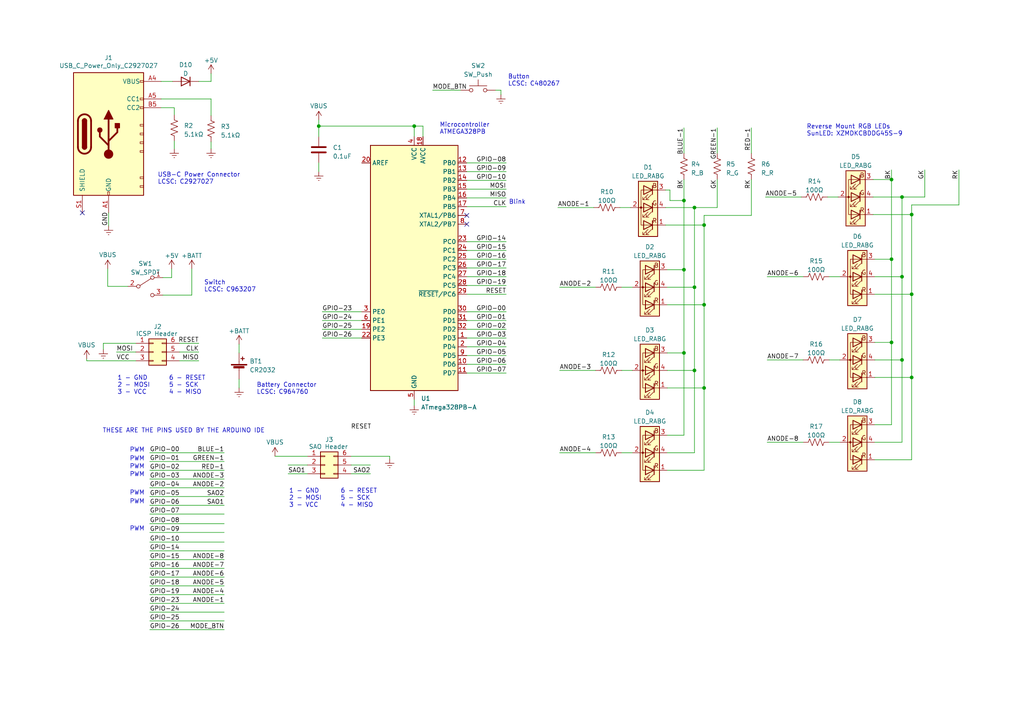
<source format=kicad_sch>
(kicad_sch (version 20230121) (generator eeschema)
  (paper "A4")
  (title_block (title "OPEN HARDWARE SUMMIT BADGE 2024") (date "2024-05-03") (rev "1.0 Release") (company "Open Hardware Association") (comment 1 "David Ray | Cyber City Circuits") (comment 3 "Designed and Manufactured in America by:") (comment 4 "Sponsored and Provided Free of Charge"))
  (lib_symbols
    (symbol "CCC-Parts-Library:USB_C_Power_Only_C2927027" (pin_names (offset 1.016))
      (property "Reference" "J" (at -10.16 19.05 0))
      (property "Value" "USB_C_Power_Only_C2927027" (at 19.05 19.05 0))
      (symbol "USB_C_Power_Only_C2927027_0_0"
        (rectangle (start -0.254 -17.78) (end 0.254 -16.764))
        (rectangle (start 10.16 -14.986) (end 9.144 -15.494))
        (rectangle (start 10.16 -12.446) (end 9.144 -12.954))
        (rectangle (start 10.16 -4.826) (end 9.144 -5.334))
        (rectangle (start 10.16 -2.286) (end 9.144 -2.794))
        (rectangle (start 10.16 0.254) (end 9.144 -0.254))
        (rectangle (start 10.16 2.794) (end 9.144 2.286))
        (rectangle (start 10.16 7.874) (end 9.144 7.366))
        (rectangle (start 10.16 10.414) (end 9.144 9.906))
        (rectangle (start 10.16 15.494) (end 9.144 14.986))
      )
      (symbol "USB_C_Power_Only_C2927027_0_1"
        (rectangle (start -10.16 17.78) (end 10.16 -17.78) (stroke (width 0.254)) (fill (type background)))
        (arc (start -8.89 -3.81) (mid -6.985 -5.7067) (end -5.08 -3.81) (stroke (width 0.508)))
        (arc (start -7.62 -3.81) (mid -6.985 -4.4423) (end -6.35 -3.81) (stroke (width 0.254)))
        (arc (start -7.62 -3.81) (mid -6.985 -4.4423) (end -6.35 -3.81) (stroke (width 0.254)) (fill (type outline)))
        (rectangle (start -7.62 -3.81) (end -6.35 3.81) (stroke (width 0.254)) (fill (type outline)))
        (arc (start -6.35 3.81) (mid -6.985 4.4423) (end -7.62 3.81) (stroke (width 0.254)))
        (arc (start -6.35 3.81) (mid -6.985 4.4423) (end -7.62 3.81) (stroke (width 0.254)) (fill (type outline)))
        (arc (start -5.08 3.81) (mid -6.985 5.7067) (end -8.89 3.81) (stroke (width 0.508)))
        (circle (center -2.54 1.143) (radius 0.635) (stroke (width 0.254)) (fill (type outline)))
        (circle (center 0 -5.842) (radius 1.27) (fill (type outline)))
        (polyline (pts (xy -8.89 -3.81) (xy -8.89 3.81)) (stroke (width 0.508)))
        (polyline (pts (xy -5.08 3.81) (xy -5.08 -3.81)) (stroke (width 0.508)))
        (polyline (pts (xy 0 -5.842) (xy 0 4.318)) (stroke (width 0.508)))
        (polyline (pts (xy 0 -3.302) (xy -2.54 -0.762) (xy -2.54 0.508)) (stroke (width 0.508)))
        (polyline (pts (xy 0 -2.032) (xy 2.54 0.508) (xy 2.54 1.778)) (stroke (width 0.508)))
        (polyline (pts (xy -1.27 4.318) (xy 0 6.858) (xy 1.27 4.318) (xy -1.27 4.318)) (stroke (width 0.254)) (fill (type outline)))
        (rectangle (start 1.905 1.778) (end 3.175 3.048) (stroke (width 0.254)) (fill (type outline)))
      )
      (symbol "USB_C_Power_Only_C2927027_1_1"
        (pin passive line (at 0 -22.86 90) (length 5.08) (name "GND") (number "A1"))
        (pin passive line (at 0 -22.86 90) (length 5.08) hide (name "GND") (number "A12"))
        (pin passive line (at 15.24 15.24 180) (length 5.08) (name "VBUS") (number "A4"))
        (pin bidirectional line (at 15.24 10.16 180) (length 5.08) (name "CC1") (number "A5"))
        (pin passive line (at 15.24 15.24 180) (length 5.08) hide (name "VBUS") (number "A9"))
        (pin passive line (at 0 -22.86 90) (length 5.08) hide (name "GND") (number "B1"))
        (pin passive line (at 0 -22.86 90) (length 5.08) hide (name "GND") (number "B12"))
        (pin passive line (at 15.24 15.24 180) (length 5.08) hide (name "VBUS") (number "B4"))
        (pin bidirectional line (at 15.24 7.62 180) (length 5.08) (name "CC2") (number "B5"))
        (pin passive line (at 15.24 15.24 180) (length 5.08) hide (name "VBUS") (number "B9"))
        (pin passive line (at -7.62 -22.86 90) (length 5.08) (name "SHIELD") (number "S1"))
      )
    )
    (symbol "Connector_Generic:Conn_02x03_Counter_Clockwise" (pin_names (offset 1.016) hide)
      (property "Reference" "J" (at 1.27 5.08 0))
      (property "Value" "Conn_02x03_Counter_Clockwise" (at 1.27 -5.08 0))
      (symbol "Conn_02x03_Counter_Clockwise_1_1"
        (rectangle (start -1.27 -2.413) (end 0 -2.667) (stroke (width 0.1524)))
        (rectangle (start -1.27 0.127) (end 0 -0.127) (stroke (width 0.1524)))
        (rectangle (start -1.27 2.667) (end 0 2.413) (stroke (width 0.1524)))
        (rectangle (start -1.27 3.81) (end 3.81 -3.81) (stroke (width 0.254)) (fill (type background)))
        (rectangle (start 3.81 -2.413) (end 2.54 -2.667) (stroke (width 0.1524)))
        (rectangle (start 3.81 0.127) (end 2.54 -0.127) (stroke (width 0.1524)))
        (rectangle (start 3.81 2.667) (end 2.54 2.413) (stroke (width 0.1524)))
        (pin passive line (at -5.08 2.54 0) (length 3.81) (name "Pin_1") (number "1"))
        (pin passive line (at -5.08 0 0) (length 3.81) (name "Pin_2") (number "2"))
        (pin passive line (at -5.08 -2.54 0) (length 3.81) (name "Pin_3") (number "3"))
        (pin passive line (at 7.62 -2.54 180) (length 3.81) (name "Pin_4") (number "4"))
        (pin passive line (at 7.62 0 180) (length 3.81) (name "Pin_5") (number "5"))
        (pin passive line (at 7.62 2.54 180) (length 3.81) (name "Pin_6") (number "6"))
      )
    )
    (symbol "Device:Battery_Cell" (pin_numbers hide) (pin_names (offset 0) hide)
      (property "Reference" "BT" (at 2.54 2.54 0))
      (property "Value" "Battery_Cell" (at 2.54 0 0))
      (symbol "Battery_Cell_0_1"
        (rectangle (start -2.286 1.778) (end 2.286 1.524) (fill (type outline)))
        (rectangle (start -1.5748 1.1938) (end 1.4732 0.6858) (fill (type outline)))
        (polyline (pts (xy 0 0.762) (xy 0 0)))
        (polyline (pts (xy 0 1.778) (xy 0 2.54)))
        (polyline (pts (xy 0.508 3.429) (xy 1.524 3.429)) (stroke (width 0.254)))
        (polyline (pts (xy 1.016 3.937) (xy 1.016 2.921)) (stroke (width 0.254)))
      )
      (symbol "Battery_Cell_1_1"
        (pin passive line (at 0 5.08 270) (length 2.54) (name "+") (number "1"))
        (pin passive line (at 0 -2.54 90) (length 2.54) (name "-") (number "2"))
      )
    )
    (symbol "Device:C" (pin_numbers hide) (pin_names (offset 0.254))
      (property "Reference" "C" (at 0.635 2.54 0))
      (property "Value" "C" (at 0.635 -2.54 0))
      (symbol "C_0_1"
        (polyline (pts (xy -2.032 -0.762) (xy 2.032 -0.762)) (stroke (width 0.508)))
        (polyline (pts (xy -2.032 0.762) (xy 2.032 0.762)) (stroke (width 0.508)))
      )
      (symbol "C_1_1"
        (pin passive line (at 0 3.81 270) (length 2.794) (name "~") (number "1"))
        (pin passive line (at 0 -3.81 90) (length 2.794) (name "~") (number "2"))
      )
    )
    (symbol "Device:D" (pin_numbers hide) (pin_names (offset 1.016) hide)
      (property "Reference" "D" (at 0 2.54 0))
      (property "Value" "D" (at 0 -2.54 0))
      (symbol "D_0_1"
        (polyline (pts (xy -1.27 1.27) (xy -1.27 -1.27)) (stroke (width 0.254)))
        (polyline (pts (xy 1.27 0) (xy -1.27 0)))
        (polyline (pts (xy 1.27 1.27) (xy 1.27 -1.27) (xy -1.27 0) (xy 1.27 1.27)) (stroke (width 0.254)))
      )
      (symbol "D_1_1"
        (pin passive line (at -3.81 0 0) (length 2.54) (name "K") (number "1"))
        (pin passive line (at 3.81 0 180) (length 2.54) (name "A") (number "2"))
      )
    )
    (symbol "Device:LED_RABG" (pin_names (offset 0) hide)
      (property "Reference" "D" (at 0 9.398 0))
      (property "Value" "LED_RABG" (at 0 -8.89 0))
      (symbol "LED_RABG_0_0"
        (text "B" (at -1.905 -6.35 0) (effects (font (size 1.27 1.27))))
        (text "G" (at -1.905 -1.27 0) (effects (font (size 1.27 1.27))))
        (text "R" (at -1.905 3.81 0) (effects (font (size 1.27 1.27))))
      )
      (symbol "LED_RABG_0_1"
        (polyline (pts (xy -1.27 -5.08) (xy -2.54 -5.08)))
        (polyline (pts (xy -1.27 -5.08) (xy 1.27 -5.08)))
        (polyline (pts (xy -1.27 -3.81) (xy -1.27 -6.35)) (stroke (width 0.254)))
        (polyline (pts (xy -1.27 0) (xy -2.54 0)))
        (polyline (pts (xy -1.27 1.27) (xy -1.27 -1.27)) (stroke (width 0.254)))
        (polyline (pts (xy -1.27 5.08) (xy -2.54 5.08)))
        (polyline (pts (xy -1.27 5.08) (xy 1.27 5.08)))
        (polyline (pts (xy -1.27 6.35) (xy -1.27 3.81)) (stroke (width 0.254)))
        (polyline (pts (xy 1.27 0) (xy -1.27 0)))
        (polyline (pts (xy 1.27 0) (xy 2.54 0)))
        (polyline (pts (xy -1.27 1.27) (xy -1.27 -1.27) (xy -1.27 -1.27)))
        (polyline (pts (xy -1.27 6.35) (xy -1.27 3.81) (xy -1.27 3.81)))
        (polyline (pts (xy 1.27 -5.08) (xy 2.032 -5.08) (xy 2.032 5.08) (xy 1.27 5.08)))
        (polyline (pts (xy 1.27 -3.81) (xy 1.27 -6.35) (xy -1.27 -5.08) (xy 1.27 -3.81)) (stroke (width 0.254)))
        (polyline (pts (xy 1.27 1.27) (xy 1.27 -1.27) (xy -1.27 0) (xy 1.27 1.27)) (stroke (width 0.254)))
        (polyline (pts (xy 1.27 6.35) (xy 1.27 3.81) (xy -1.27 5.08) (xy 1.27 6.35)) (stroke (width 0.254)))
        (polyline (pts (xy -1.016 -3.81) (xy 0.508 -2.286) (xy -0.254 -2.286) (xy 0.508 -2.286) (xy 0.508 -3.048)))
        (polyline (pts (xy -1.016 1.27) (xy 0.508 2.794) (xy -0.254 2.794) (xy 0.508 2.794) (xy 0.508 2.032)))
        (polyline (pts (xy -1.016 6.35) (xy 0.508 7.874) (xy -0.254 7.874) (xy 0.508 7.874) (xy 0.508 7.112)))
        (polyline (pts (xy 0 -3.81) (xy 1.524 -2.286) (xy 0.762 -2.286) (xy 1.524 -2.286) (xy 1.524 -3.048)))
        (polyline (pts (xy 0 1.27) (xy 1.524 2.794) (xy 0.762 2.794) (xy 1.524 2.794) (xy 1.524 2.032)))
        (polyline (pts (xy 0 6.35) (xy 1.524 7.874) (xy 0.762 7.874) (xy 1.524 7.874) (xy 1.524 7.112)))
        (rectangle (start 1.27 -1.27) (end 1.27 1.27))
        (rectangle (start 1.27 1.27) (end 1.27 1.27))
        (rectangle (start 1.27 3.81) (end 1.27 6.35))
        (rectangle (start 1.27 6.35) (end 1.27 6.35))
        (circle (center 2.032 0) (radius 0.254) (fill (type outline)))
        (rectangle (start 2.794 8.382) (end -2.794 -7.62) (stroke (width 0.254)) (fill (type background)))
      )
      (symbol "LED_RABG_1_1"
        (pin passive line (at -5.08 5.08 0) (length 2.54) (name "RK") (number "1"))
        (pin passive line (at 5.08 0 180) (length 2.54) (name "A") (number "2"))
        (pin passive line (at -5.08 -5.08 0) (length 2.54) (name "BK") (number "3"))
        (pin passive line (at -5.08 0 0) (length 2.54) (name "GK") (number "4"))
      )
    )
    (symbol "Device:R_US" (pin_numbers hide) (pin_names (offset 0))
      (property "Reference" "R" (at 2.54 0 90))
      (property "Value" "R_US" (at -2.54 0 90))
      (symbol "R_US_0_1"
        (polyline (pts (xy 0 -2.286) (xy 0 -2.54)))
        (polyline (pts (xy 0 2.286) (xy 0 2.54)))
        (polyline (pts (xy 0 -0.762) (xy 1.016 -1.143) (xy 0 -1.524) (xy -1.016 -1.905) (xy 0 -2.286)))
        (polyline (pts (xy 0 0.762) (xy 1.016 0.381) (xy 0 0) (xy -1.016 -0.381) (xy 0 -0.762)))
        (polyline (pts (xy 0 2.286) (xy 1.016 1.905) (xy 0 1.524) (xy -1.016 1.143) (xy 0 0.762)))
      )
      (symbol "R_US_1_1"
        (pin passive line (at 0 3.81 270) (length 1.27) (name "~") (number "1"))
        (pin passive line (at 0 -3.81 90) (length 1.27) (name "~") (number "2"))
      )
    )
    (symbol "MCU_Microchip_ATmega:ATmega328PB-A"
      (property "Reference" "U" (at -12.7 36.83 0))
      (property "Value" "ATmega328PB-A" (at 2.54 -36.83 0))
      (symbol "ATmega328PB-A_0_1"
        (rectangle (start -12.7 -35.56) (end 12.7 35.56) (stroke (width 0.254)) (fill (type background)))
      )
      (symbol "ATmega328PB-A_1_1"
        (pin bidirectional line (at 15.24 -20.32 180) (length 2.54) (name "PD3") (number "1"))
        (pin bidirectional line (at 15.24 -27.94 180) (length 2.54) (name "PD6") (number "10"))
        (pin bidirectional line (at 15.24 -30.48 180) (length 2.54) (name "PD7") (number "11"))
        (pin bidirectional line (at 15.24 30.48 180) (length 2.54) (name "PB0") (number "12"))
        (pin bidirectional line (at 15.24 27.94 180) (length 2.54) (name "PB1") (number "13"))
        (pin bidirectional line (at 15.24 25.4 180) (length 2.54) (name "PB2") (number "14"))
        (pin bidirectional line (at 15.24 22.86 180) (length 2.54) (name "PB3") (number "15"))
        (pin bidirectional line (at 15.24 20.32 180) (length 2.54) (name "PB4") (number "16"))
        (pin bidirectional line (at 15.24 17.78 180) (length 2.54) (name "PB5") (number "17"))
        (pin power_in line (at 2.54 38.1 270) (length 2.54) (name "AVCC") (number "18"))
        (pin bidirectional line (at -15.24 -17.78 0) (length 2.54) (name "PE2") (number "19"))
        (pin bidirectional line (at 15.24 -22.86 180) (length 2.54) (name "PD4") (number "2"))
        (pin passive line (at -15.24 30.48 0) (length 2.54) (name "AREF") (number "20"))
        (pin passive line (at 0 -38.1 90) (length 2.54) hide (name "GND") (number "21"))
        (pin bidirectional line (at -15.24 -20.32 0) (length 2.54) (name "PE3") (number "22"))
        (pin bidirectional line (at 15.24 7.62 180) (length 2.54) (name "PC0") (number "23"))
        (pin bidirectional line (at 15.24 5.08 180) (length 2.54) (name "PC1") (number "24"))
        (pin bidirectional line (at 15.24 2.54 180) (length 2.54) (name "PC2") (number "25"))
        (pin bidirectional line (at 15.24 0 180) (length 2.54) (name "PC3") (number "26"))
        (pin bidirectional line (at 15.24 -2.54 180) (length 2.54) (name "PC4") (number "27"))
        (pin bidirectional line (at 15.24 -5.08 180) (length 2.54) (name "PC5") (number "28"))
        (pin bidirectional line (at 15.24 -7.62 180) (length 2.54) (name "~{RESET}/PC6") (number "29"))
        (pin bidirectional line (at -15.24 -12.7 0) (length 2.54) (name "PE0") (number "3"))
        (pin bidirectional line (at 15.24 -12.7 180) (length 2.54) (name "PD0") (number "30"))
        (pin bidirectional line (at 15.24 -15.24 180) (length 2.54) (name "PD1") (number "31"))
        (pin bidirectional line (at 15.24 -17.78 180) (length 2.54) (name "PD2") (number "32"))
        (pin power_in line (at 0 38.1 270) (length 2.54) (name "VCC") (number "4"))
        (pin power_in line (at 0 -38.1 90) (length 2.54) (name "GND") (number "5"))
        (pin bidirectional line (at -15.24 -15.24 0) (length 2.54) (name "PE1") (number "6"))
        (pin bidirectional line (at 15.24 15.24 180) (length 2.54) (name "XTAL1/PB6") (number "7"))
        (pin bidirectional line (at 15.24 12.7 180) (length 2.54) (name "XTAL2/PB7") (number "8"))
        (pin bidirectional line (at 15.24 -25.4 180) (length 2.54) (name "PD5") (number "9"))
      )
    )
    (symbol "Switch:SW_Push" (pin_numbers hide) (pin_names (offset 1.016) hide)
      (property "Reference" "SW" (at 1.27 2.54 0))
      (property "Value" "SW_Push" (at 0 -1.524 0))
      (symbol "SW_Push_0_1"
        (circle (center -2.032 0) (radius 0.508))
        (polyline (pts (xy 0 1.27) (xy 0 3.048)))
        (polyline (pts (xy 2.54 1.27) (xy -2.54 1.27)))
        (circle (center 2.032 0) (radius 0.508))
        (pin passive line (at -5.08 0 0) (length 2.54) (name "1") (number "1"))
        (pin passive line (at 5.08 0 180) (length 2.54) (name "2") (number "2"))
      )
    )
    (symbol "Switch:SW_SPDT" (pin_names (offset 0) hide)
      (property "Reference" "SW" (at 0 4.318 0))
      (property "Value" "SW_SPDT" (at 0 -5.08 0))
      (symbol "SW_SPDT_0_0"
        (circle (center -2.032 0) (radius 0.508))
        (circle (center 2.032 -2.54) (radius 0.508))
      )
      (symbol "SW_SPDT_0_1"
        (polyline (pts (xy -1.524 0.254) (xy 1.651 2.286)))
        (circle (center 2.032 2.54) (radius 0.508))
      )
      (symbol "SW_SPDT_1_1"
        (pin passive line (at 5.08 2.54 180) (length 2.54) (name "A") (number "1"))
        (pin passive line (at -5.08 0 0) (length 2.54) (name "B") (number "2"))
        (pin passive line (at 5.08 -2.54 180) (length 2.54) (name "C") (number "3"))
      )
    )
    (symbol "power:+5V" (power) (pin_names (offset 0))
      (property "Value" "+5V" (at 0 3.556 0))
      (symbol "+5V_0_1"
        (polyline (pts (xy -0.762 1.27) (xy 0 2.54)))
        (polyline (pts (xy 0 0) (xy 0 2.54)))
        (polyline (pts (xy 0 2.54) (xy 0.762 1.27)))
      )
      (symbol "+5V_1_1"
        (pin power_in line (at 0 0 90) (length 0) hide (name "+5V") (number "1"))
      )
    )
    (symbol "power:+BATT" (power) (pin_names (offset 0))
      (property "Value" "+BATT" (at 0 3.556 0))
      (symbol "+BATT_0_1"
        (polyline (pts (xy -0.762 1.27) (xy 0 2.54)))
        (polyline (pts (xy 0 0) (xy 0 2.54)))
        (polyline (pts (xy 0 2.54) (xy 0.762 1.27)))
      )
      (symbol "+BATT_1_1"
        (pin power_in line (at 0 0 90) (length 0) hide (name "+BATT") (number "1"))
      )
    )
    (symbol "power:Earth" (power) (pin_names (offset 0))
      (symbol "Earth_0_1"
        (polyline (pts (xy -0.635 -1.905) (xy 0.635 -1.905)))
        (polyline (pts (xy -0.127 -2.54) (xy 0.127 -2.54)))
        (polyline (pts (xy 0 -1.27) (xy 0 0)))
        (polyline (pts (xy 1.27 -1.27) (xy -1.27 -1.27)))
      )
      (symbol "Earth_1_1"
        (pin power_in line (at 0 0 270) (length 0) hide (name "Earth") (number "1"))
      )
    )
    (symbol "power:VBUS" (power) (pin_names (offset 0))
      (property "Value" "VBUS" (at 0 3.81 0))
      (symbol "VBUS_0_1"
        (polyline (pts (xy -0.762 1.27) (xy 0 2.54)))
        (polyline (pts (xy 0 0) (xy 0 2.54)))
        (polyline (pts (xy 0 2.54) (xy 0.762 1.27)))
      )
      (symbol "VBUS_1_1"
        (pin power_in line (at 0 0 90) (length 0) hide (name "VBUS") (number "1"))
      )
    )
  )
  (junction (at 261.62 104.394))
  (junction (at 264.414 109.474))
  (junction (at 264.414 85.344))
  (junction (at 264.414 62.23))
  (junction (at 261.62 57.15))
  (junction (at 258.572 75.184))
  (junction (at 258.572 99.314))
  (junction (at 198.374 102.362))
  (junction (at 92.456 36.576))
  (junction (at 204.216 88.392))
  (junction (at 198.374 58.166))
  (junction (at 120.142 36.576))
  (junction (at 261.62 80.264))
  (junction (at 201.422 107.442))
  (junction (at 204.216 112.522))
  (junction (at 258.572 52.07))
  (junction (at 198.374 78.232))
  (junction (at 201.422 60.198))
  (junction (at 204.216 65.278))
  (junction (at 201.422 83.312))
  (no_connect (at 135.382 65.024))
  (no_connect (at 135.382 62.484))
  (no_connect (at 23.876 61.722))
  (wire (pts (xy 261.62 80.264) (xy 261.62 57.15)))
  (wire (pts (xy 49.784 80.518) (xy 47.244 80.518)))
  (wire (pts (xy 264.414 59.436) (xy 278.13 59.436)))
  (wire (pts (xy 193.548 78.232) (xy 198.374 78.232)))
  (wire (pts (xy 89.154 132.334) (xy 79.756 132.334)))
  (wire (pts (xy 43.434 167.386) (xy 65.024 167.386)))
  (wire (pts (xy 253.238 57.15) (xy 261.62 57.15)))
  (wire (pts (xy 122.682 39.624) (xy 122.682 36.576)))
  (wire (pts (xy 104.902 95.504) (xy 93.472 95.504)))
  (wire (pts (xy 43.434 138.938) (xy 65.024 138.938)))
  (wire (pts (xy 135.382 105.664) (xy 146.812 105.664)))
  (wire (pts (xy 46.736 23.622) (xy 50.038 23.622)))
  (wire (pts (xy 193.04 60.198) (xy 201.422 60.198)))
  (wire (pts (xy 43.434 151.892) (xy 65.024 151.892)))
  (wire (pts (xy 92.456 36.576) (xy 92.456 39.624)))
  (wire (pts (xy 135.382 82.804) (xy 146.812 82.804)))
  (wire (pts (xy 180.34 83.312) (xy 183.388 83.312)))
  (wire (pts (xy 222.504 128.27) (xy 232.918 128.27)))
  (wire (pts (xy 253.746 123.19) (xy 258.572 123.19)))
  (wire (pts (xy 253.746 99.314) (xy 258.572 99.314)))
  (wire (pts (xy 43.434 154.432) (xy 65.024 154.432)))
  (wire (pts (xy 43.434 162.306) (xy 65.024 162.306)))
  (wire (pts (xy 258.572 75.184) (xy 258.572 99.314)))
  (wire (pts (xy 43.434 177.546) (xy 65.024 177.546)))
  (wire (pts (xy 198.374 58.166) (xy 198.374 78.232)))
  (wire (pts (xy 193.04 55.118) (xy 194.31 55.118)))
  (wire (pts (xy 101.854 137.414) (xy 107.442 137.414)))
  (wire (pts (xy 135.382 49.784) (xy 146.812 49.784)))
  (wire (pts (xy 69.342 109.982) (xy 69.342 112.522)))
  (wire (pts (xy 104.902 90.424) (xy 93.472 90.424)))
  (wire (pts (xy 208.026 37.084) (xy 208.026 44.45)))
  (wire (pts (xy 162.306 131.318) (xy 172.72 131.318)))
  (wire (pts (xy 43.434 172.466) (xy 65.024 172.466)))
  (wire (pts (xy 61.214 41.148) (xy 61.214 43.18)))
  (wire (pts (xy 92.456 34.798) (xy 92.456 36.576)))
  (wire (pts (xy 194.31 55.118) (xy 194.31 58.166)))
  (wire (pts (xy 43.434 136.398) (xy 65.024 136.398)))
  (wire (pts (xy 253.746 80.264) (xy 261.62 80.264)))
  (wire (pts (xy 162.306 83.312) (xy 172.72 83.312)))
  (wire (pts (xy 264.414 62.23) (xy 264.414 59.436)))
  (wire (pts (xy 261.62 128.27) (xy 261.62 104.394)))
  (wire (pts (xy 161.798 60.198) (xy 172.212 60.198)))
  (wire (pts (xy 113.03 133.096) (xy 113.03 132.334)))
  (wire (pts (xy 253.238 52.07) (xy 258.572 52.07)))
  (wire (pts (xy 222.504 80.264) (xy 232.918 80.264)))
  (wire (pts (xy 198.374 102.362) (xy 198.374 126.238)))
  (wire (pts (xy 258.572 99.314) (xy 258.572 123.19)))
  (wire (pts (xy 240.538 104.394) (xy 243.586 104.394)))
  (wire (pts (xy 217.932 37.084) (xy 217.932 44.45)))
  (wire (pts (xy 55.626 85.598) (xy 55.626 77.978)))
  (wire (pts (xy 208.026 60.198) (xy 208.026 52.07)))
  (wire (pts (xy 43.434 144.018) (xy 65.024 144.018)))
  (wire (pts (xy 39.37 99.568) (xy 29.972 99.568)))
  (wire (pts (xy 43.434 169.926) (xy 65.024 169.926)))
  (wire (pts (xy 43.434 141.478) (xy 65.024 141.478)))
  (wire (pts (xy 33.782 102.108) (xy 39.37 102.108)))
  (wire (pts (xy 193.548 112.522) (xy 204.216 112.522)))
  (wire (pts (xy 43.434 157.226) (xy 65.024 157.226)))
  (wire (pts (xy 198.374 37.084) (xy 198.374 44.45)))
  (wire (pts (xy 135.382 95.504) (xy 146.812 95.504)))
  (wire (pts (xy 43.434 180.086) (xy 65.024 180.086)))
  (wire (pts (xy 52.07 104.648) (xy 57.658 104.648)))
  (wire (pts (xy 31.242 77.978) (xy 31.242 83.058)))
  (wire (pts (xy 198.374 52.07) (xy 198.374 58.166)))
  (wire (pts (xy 253.746 128.27) (xy 261.62 128.27)))
  (wire (pts (xy 221.996 57.15) (xy 232.41 57.15)))
  (wire (pts (xy 204.216 112.522) (xy 204.216 136.398)))
  (wire (pts (xy 83.566 134.874) (xy 89.154 134.874)))
  (wire (pts (xy 201.422 131.318) (xy 201.422 107.442)))
  (wire (pts (xy 180.34 131.318) (xy 183.388 131.318)))
  (wire (pts (xy 143.764 26.162) (xy 145.288 26.162)))
  (wire (pts (xy 135.382 80.264) (xy 146.812 80.264)))
  (wire (pts (xy 120.142 115.824) (xy 120.142 117.602)))
  (wire (pts (xy 43.434 149.098) (xy 65.024 149.098)))
  (wire (pts (xy 135.382 77.724) (xy 146.812 77.724)))
  (wire (pts (xy 135.382 59.944) (xy 146.812 59.944)))
  (wire (pts (xy 264.414 85.344) (xy 264.414 109.474)))
  (wire (pts (xy 201.422 107.442) (xy 201.422 83.312)))
  (wire (pts (xy 120.142 39.624) (xy 120.142 36.576)))
  (wire (pts (xy 253.746 75.184) (xy 258.572 75.184)))
  (wire (pts (xy 193.548 126.238) (xy 198.374 126.238)))
  (wire (pts (xy 43.434 146.558) (xy 65.024 146.558)))
  (wire (pts (xy 43.434 159.766) (xy 65.024 159.766)))
  (wire (pts (xy 135.382 54.864) (xy 146.812 54.864)))
  (wire (pts (xy 162.306 107.442) (xy 172.72 107.442)))
  (wire (pts (xy 135.382 85.344) (xy 146.812 85.344)))
  (wire (pts (xy 69.342 99.822) (xy 69.342 102.362)))
  (wire (pts (xy 50.546 40.894) (xy 50.546 43.18)))
  (wire (pts (xy 135.382 52.324) (xy 146.812 52.324)))
  (wire (pts (xy 135.382 70.104) (xy 146.812 70.104)))
  (wire (pts (xy 204.216 136.398) (xy 193.548 136.398)))
  (wire (pts (xy 92.456 47.244) (xy 92.456 49.784)))
  (wire (pts (xy 31.496 61.722) (xy 31.496 65.532)))
  (wire (pts (xy 264.414 62.23) (xy 264.414 85.344)))
  (wire (pts (xy 25.146 104.14) (xy 25.146 104.648)))
  (wire (pts (xy 258.572 49.276) (xy 258.572 52.07)))
  (wire (pts (xy 101.854 134.874) (xy 107.442 134.874)))
  (wire (pts (xy 83.566 137.414) (xy 89.154 137.414)))
  (wire (pts (xy 46.736 31.242) (xy 50.546 31.242)))
  (wire (pts (xy 135.382 47.244) (xy 146.812 47.244)))
  (wire (pts (xy 52.07 102.108) (xy 57.658 102.108)))
  (wire (pts (xy 193.548 131.318) (xy 201.422 131.318)))
  (wire (pts (xy 47.244 85.598) (xy 55.626 85.598)))
  (wire (pts (xy 52.07 99.568) (xy 57.658 99.568)))
  (wire (pts (xy 222.504 104.394) (xy 232.918 104.394)))
  (wire (pts (xy 204.216 65.278) (xy 204.216 88.392)))
  (wire (pts (xy 217.932 52.07) (xy 217.932 62.484)))
  (wire (pts (xy 43.434 175.006) (xy 65.024 175.006)))
  (wire (pts (xy 46.736 28.702) (xy 61.214 28.702)))
  (wire (pts (xy 278.13 59.436) (xy 278.13 49.276)))
  (wire (pts (xy 201.422 83.312) (xy 201.422 60.198)))
  (wire (pts (xy 258.572 52.07) (xy 258.572 75.184)))
  (wire (pts (xy 253.746 109.474) (xy 264.414 109.474)))
  (wire (pts (xy 240.538 128.27) (xy 243.586 128.27)))
  (wire (pts (xy 253.238 62.23) (xy 264.414 62.23)))
  (wire (pts (xy 180.34 107.442) (xy 183.388 107.442)))
  (wire (pts (xy 49.784 77.978) (xy 49.784 80.518)))
  (wire (pts (xy 135.382 90.424) (xy 146.812 90.424)))
  (wire (pts (xy 61.214 28.702) (xy 61.214 33.528)))
  (wire (pts (xy 104.902 92.964) (xy 93.472 92.964)))
  (wire (pts (xy 135.382 100.584) (xy 146.812 100.584)))
  (wire (pts (xy 264.414 133.35) (xy 253.746 133.35)))
  (wire (pts (xy 120.142 36.576) (xy 122.682 36.576)))
  (wire (pts (xy 268.224 49.276) (xy 268.224 57.15)))
  (wire (pts (xy 240.538 80.264) (xy 243.586 80.264)))
  (wire (pts (xy 135.382 103.124) (xy 146.812 103.124)))
  (wire (pts (xy 145.288 26.162) (xy 145.288 27.432)))
  (wire (pts (xy 268.224 57.15) (xy 261.62 57.15)))
  (wire (pts (xy 135.382 72.644) (xy 146.812 72.644)))
  (wire (pts (xy 61.214 21.336) (xy 61.214 23.622)))
  (wire (pts (xy 135.382 108.204) (xy 146.812 108.204)))
  (wire (pts (xy 135.382 57.404) (xy 146.812 57.404)))
  (wire (pts (xy 43.434 182.626) (xy 65.024 182.626)))
  (wire (pts (xy 261.62 104.394) (xy 261.62 80.264)))
  (wire (pts (xy 25.146 104.648) (xy 39.37 104.648)))
  (wire (pts (xy 43.434 133.858) (xy 65.024 133.858)))
  (wire (pts (xy 193.548 107.442) (xy 201.422 107.442)))
  (wire (pts (xy 193.548 102.362) (xy 198.374 102.362)))
  (wire (pts (xy 104.902 98.044) (xy 93.472 98.044)))
  (wire (pts (xy 253.746 104.394) (xy 261.62 104.394)))
  (wire (pts (xy 198.374 78.232) (xy 198.374 102.362)))
  (wire (pts (xy 264.414 109.474) (xy 264.414 133.35)))
  (wire (pts (xy 240.03 57.15) (xy 243.078 57.15)))
  (wire (pts (xy 50.546 31.242) (xy 50.546 33.274)))
  (wire (pts (xy 201.422 60.198) (xy 208.026 60.198)))
  (wire (pts (xy 204.216 88.392) (xy 204.216 112.522)))
  (wire (pts (xy 43.434 164.846) (xy 65.024 164.846)))
  (wire (pts (xy 204.216 65.278) (xy 204.216 62.484)))
  (wire (pts (xy 193.548 88.392) (xy 204.216 88.392)))
  (wire (pts (xy 125.476 26.162) (xy 133.604 26.162)))
  (wire (pts (xy 37.084 83.058) (xy 31.242 83.058)))
  (wire (pts (xy 135.382 75.184) (xy 146.812 75.184)))
  (wire (pts (xy 57.658 23.622) (xy 61.214 23.622)))
  (wire (pts (xy 253.746 85.344) (xy 264.414 85.344)))
  (wire (pts (xy 135.382 92.964) (xy 146.812 92.964)))
  (wire (pts (xy 101.854 132.334) (xy 113.03 132.334)))
  (wire (pts (xy 43.434 131.318) (xy 65.024 131.318)))
  (wire (pts (xy 92.456 36.576) (xy 120.142 36.576)))
  (wire (pts (xy 193.548 83.312) (xy 201.422 83.312)))
  (wire (pts (xy 193.04 65.278) (xy 204.216 65.278)))
  (wire (pts (xy 29.972 99.568) (xy 29.972 101.346)))
  (wire (pts (xy 135.382 98.044) (xy 146.812 98.044)))
  (wire (pts (xy 179.832 60.198) (xy 182.88 60.198)))
  (wire (pts (xy 194.31 58.166) (xy 198.374 58.166)))
  (wire (pts (xy 204.216 62.484) (xy 217.932 62.484)))
  (text "PWM" (at 37.592 136.144 0) (effects (font (size 1.27 1.27)) (justify left bottom)))
  (text "THESE ARE THE PINS USED BY THE ARDUINO IDE" (at 29.718 125.73 0) (effects (font (size 1.27 1.27)) (justify left bottom)))
  (text "Blink" (at 147.574 59.436 0) (effects (font (size 1.27 1.27)) (justify left bottom)))
  (text "PWM" (at 37.592 146.304 0) (effects (font (size 1.27 1.27)) (justify left bottom)))
  (text "Switch\nLCSC: C963207" (at 59.182 84.836 0) (effects (font (size 1.27 1.27)) (justify left bottom)))
  (text "Reverse Mount RGB LEDs\nSunLED: XZMDKCBDDG45S-9" (at 233.934 39.624 0) (effects (font (size 1.27 1.27)) (justify left bottom)))
  (text "PWM" (at 37.592 154.178 0) (effects (font (size 1.27 1.27)) (justify left bottom)))
  (text "PWM" (at 37.592 143.764 0) (effects (font (size 1.27 1.27)) (justify left bottom)))
  (text "USB-C Power Connector\nLCSC: C2927027" (at 45.72 53.594 0) (effects (font (size 1.27 1.27)) (justify left bottom)))
  (text "1 - GND  	6 - RESET\n2 - MOSI 	5 - SCK\n3 - VCC		4 - MISO" (at 34.036 114.554 0) (effects (font (size 1.27 1.27)) (justify left bottom)))
  (text "Microcontroller\nATMEGA328PB" (at 127.508 39.116 0) (effects (font (size 1.27 1.27)) (justify left bottom)))
  (text "1 - GND  	6 - RESET\n2 - MOSI 	5 - SCK\n3 - VCC		4 - MISO" (at 83.82 147.32 0) (effects (font (size 1.27 1.27)) (justify left bottom)))
  (text "PWM" (at 37.592 131.318 0) (effects (font (size 1.27 1.27)) (justify left bottom)))
  (text "PWM" (at 37.592 138.43 0) (effects (font (size 1.27 1.27)) (justify left bottom)))
  (text "Battery Connector\nLCSC: C964760" (at 74.422 114.554 0) (effects (font (size 1.27 1.27)) (justify left bottom)))
  (text "PWM" (at 37.592 133.858 0) (effects (font (size 1.27 1.27)) (justify left bottom)))
  (text "Button\nLCSC: C480267" (at 147.32 25.146 0) (effects (font (size 1.27 1.27)) (justify left bottom)))
  (label "GPIO-05" (at 43.434 144.018 0))
  (label "BLUE-1" (at 65.024 131.318 180))
  (label "GPIO-24" (at 93.472 92.964 0))
  (label "GPIO-19" (at 146.812 82.804 180))
  (label "RED-1" (at 65.024 136.398 180))
  (label "GPIO-03" (at 43.434 138.938 0))
  (label "MOSI" (at 33.782 102.108 0))
  (label "GREEN-1" (at 65.024 133.858 180))
  (label "CLK" (at 146.812 59.944 180))
  (label "ANODE-4" (at 162.306 131.318 0))
  (label "GPIO-06" (at 146.812 105.664 180))
  (label "GPIO-14" (at 146.812 70.104 180))
  (label "GK" (at 208.026 52.07 270))
  (label "ANODE-1" (at 161.798 60.198 0))
  (label "GPIO-26" (at 93.472 98.044 0))
  (label "GPIO-15" (at 43.434 162.306 0))
  (label "GPIO-14" (at 43.434 159.766 0))
  (label "GREEN-1" (at 208.026 37.084 270))
  (label "GPIO-06" (at 43.434 146.558 0))
  (label "MISO" (at 146.812 57.404 180))
  (label "GPIO-19" (at 43.434 172.466 0))
  (label "GPIO-02" (at 43.434 136.398 0))
  (label "GPIO-23" (at 93.472 90.424 0))
  (label "GPIO-02" (at 146.812 95.504 180))
  (label "GPIO-24" (at 43.434 177.546 0))
  (label "GPIO-05" (at 146.812 103.124 180))
  (label "ANODE-6" (at 65.024 167.386 180))
  (label "GPIO-17" (at 43.434 167.386 0))
  (label "RED-1" (at 217.932 37.084 270))
  (label "ANODE-6" (at 222.504 80.264 0))
  (label "GPIO-00" (at 146.812 90.424 180))
  (label "GPIO-23" (at 43.434 175.006 0))
  (label "ANODE-8" (at 65.024 162.306 180))
  (label "ANODE-8" (at 222.504 128.27 0))
  (label "ANODE-3" (at 65.024 138.938 180))
  (label "GPIO-16" (at 43.434 164.846 0))
  (label "SAO1" (at 65.024 146.558 180))
  (label "GPIO-08" (at 43.434 151.892 0))
  (label "GPIO-18" (at 146.812 80.264 180))
  (label "GPIO-25" (at 93.472 95.504 0))
  (label "GPIO-15" (at 146.812 72.644 180))
  (label "GPIO-10" (at 43.434 157.226 0))
  (label "BLUE-1" (at 198.374 37.084 270))
  (label "GND" (at 31.496 65.532 90))
  (label "ANODE-2" (at 162.306 83.312 0))
  (label "GPIO-01" (at 146.812 92.964 180))
  (label "GPIO-03" (at 146.812 98.044 180))
  (label "GK" (at 268.224 49.276 270))
  (label "SAO1" (at 83.566 137.414 0))
  (label "ANODE-1" (at 65.024 175.006 180))
  (label "GPIO-04" (at 146.812 100.584 180))
  (label "GPIO-16" (at 146.812 75.184 180))
  (label "SAO2" (at 107.442 137.414 180))
  (label "GPIO-04" (at 43.434 141.478 0))
  (label "GPIO-18" (at 43.434 169.926 0))
  (label "MODE_BTN" (at 65.024 182.626 180))
  (label "ANODE-5" (at 65.024 169.926 180))
  (label "RK" (at 217.932 52.07 270))
  (label "RESET" (at 146.812 85.344 180))
  (label "SAO2" (at 65.024 144.018 180))
  (label "ANODE-3" (at 162.306 107.442 0))
  (label "ANODE-4" (at 65.024 172.466 180))
  (label "ANODE-5" (at 221.996 57.15 0))
  (label "VCC" (at 33.782 104.648 0))
  (label "GPIO-08" (at 146.812 47.244 180))
  (label "MODE_BTN" (at 125.476 26.162 0))
  (label "ANODE-7" (at 65.024 164.846 180))
  (label "ANODE-2" (at 65.024 141.478 180))
  (label "CLK" (at 57.658 102.108 180))
  (label "GPIO-26" (at 43.434 182.626 0))
  (label "GPIO-09" (at 146.812 49.784 180))
  (label "RESET" (at 107.696 124.714 180))
  (label "BK" (at 258.572 49.276 270))
  (label "ANODE-7" (at 222.504 104.394 0))
  (label "GPIO-07" (at 146.812 108.204 180))
  (label "GPIO-01" (at 43.434 133.858 0))
  (label "MISO" (at 57.658 104.648 180))
  (label "GPIO-00" (at 43.434 131.318 0))
  (label "BK" (at 198.374 52.07 270))
  (label "GPIO-10" (at 146.812 52.324 180))
  (label "GPIO-07" (at 43.434 149.098 0))
  (label "GPIO-17" (at 146.812 77.724 180))
  (label "GPIO-09" (at 43.434 154.432 0))
  (label "MOSI" (at 146.812 54.864 180))
  (label "RK" (at 278.13 49.276 270))
  (label "GPIO-25" (at 43.434 180.086 0))
  (label "RESET" (at 57.658 99.568 180))
  (symbol (lib_id "power:Earth") (at 113.03 133.096 0) (unit 1)
    (property "Reference" "#PWR024" (effects hide))
    (property "Value" "Earth" (effects hide))
  )
  (symbol (lib_id "Device:LED_RABG") (at 188.468 83.312 180) (unit 1)
    (property "Reference" "D2" (at 188.468 71.628 0))
    (property "Value" "LED_RABG" (at 188.468 74.168 0))
    (property "Footprint" "CCC-Parts-Library:BADGE - LED RGB Reverse XZMDKCBDDG45S-9" (effects hide))
  )
  (symbol (lib_id "power:Earth") (at 120.142 117.602 0) (unit 1)
    (property "Reference" "#PWR07" (effects hide))
    (property "Value" "Earth" (effects hide))
  )
  (symbol (lib_id "power:+BATT") (at 55.626 77.978 0) (unit 1)
    (property "Reference" "#PWR06" (effects hide))
    (property "Value" "+BATT" (at 55.626 74.168 0))
  )
  (symbol (lib_id "Device:R_US") (at 236.728 80.264 270) (unit 1)
    (property "Reference" "R15" (at 236.728 75.692 90))
    (property "Value" "100Ω" (at 236.728 78.232 90))
    (property "Footprint" "CCC-Parts-Library:BADGE - R_0805" (effects hide))
  )
  (symbol (lib_id "Device:R_US") (at 208.026 48.26 180) (unit 1)
    (property "Reference" "R5" (at 210.566 47.625 0) (effects (justify right)))
    (property "Value" "R_G" (at 210.566 50.165 0) (effects (justify right)))
    (property "Footprint" "CCC-Parts-Library:BADGE - R_0805" (effects hide))
  )
  (symbol (lib_id "Device:LED_RABG") (at 248.666 104.394 180) (unit 1)
    (property "Reference" "D7" (at 248.666 92.71 0))
    (property "Value" "LED_RABG" (at 248.666 95.25 0))
    (property "Footprint" "CCC-Parts-Library:BADGE - LED RGB Reverse XZMDKCBDDG45S-9" (effects hide))
  )
  (symbol (lib_id "power:Earth") (at 92.456 49.784 0) (unit 1)
    (property "Reference" "#PWR03" (effects hide))
    (property "Value" "Earth" (effects hide))
  )
  (symbol (lib_id "power:Earth") (at 145.288 27.432 0) (unit 1)
    (property "Reference" "#PWR025" (effects hide))
    (property "Value" "Earth" (effects hide))
  )
  (symbol (lib_id "Device:LED_RABG") (at 188.468 131.318 180) (unit 1)
    (property "Reference" "D4" (at 188.468 119.634 0))
    (property "Value" "LED_RABG" (at 188.468 122.174 0))
    (property "Footprint" "CCC-Parts-Library:BADGE - LED RGB Reverse XZMDKCBDDG45S-9" (effects hide))
  )
  (symbol (lib_id "Device:R_US") (at 198.374 48.26 180) (unit 1)
    (property "Reference" "R4" (at 200.406 47.625 0) (effects (justify right)))
    (property "Value" "R_B" (at 200.406 50.165 0) (effects (justify right)))
    (property "Footprint" "CCC-Parts-Library:BADGE - R_0805" (effects hide))
  )
  (symbol (lib_id "power:+5V") (at 49.784 77.978 0) (unit 1)
    (property "Reference" "#PWR09" (effects hide))
    (property "Value" "+5V" (at 49.784 74.168 0))
  )
  (symbol (lib_id "power:Earth") (at 69.342 112.522 0) (unit 1)
    (property "Reference" "#PWR014" (effects hide))
    (property "Value" "Earth" (effects hide))
  )
  (symbol (lib_id "power:VBUS") (at 92.456 34.798 0) (unit 1)
    (property "Reference" "#PWR011" (effects hide))
    (property "Value" "VBUS" (at 92.456 30.734 0))
  )
  (symbol (lib_id "power:VBUS") (at 31.242 77.978 0) (unit 1)
    (property "Reference" "#PWR010" (effects hide))
    (property "Value" "VBUS" (at 31.242 73.914 0))
  )
  (symbol (lib_id "CCC-Parts-Library:USB_C_Power_Only_C2927027") (at 31.496 38.862 0) (unit 1)
    (property "Reference" "J1" (at 31.496 16.764 0))
    (property "Value" "USB_C_Power_Only_C2927027" (at 31.496 19.05 0))
    (property "Footprint" "CCC-Parts-Library:BADGE - USB C Power Only C2927027" (effects hide))
    (property "Datasheet" "https://www.usb.org/sites/default/files/documents/usb_type-c.zip" (effects hide))
  )
  (symbol (lib_id "Device:R_US") (at 217.932 48.26 180) (unit 1)
    (property "Reference" "R6" (at 220.726 47.625 0) (effects (justify right)))
    (property "Value" "R_R" (at 220.726 50.165 0) (effects (justify right)))
    (property "Footprint" "CCC-Parts-Library:BADGE - R_0805" (effects hide))
  )
  (symbol (lib_id "Device:R_US") (at 176.53 107.442 270) (unit 1)
    (property "Reference" "R12" (at 176.53 102.87 90))
    (property "Value" "100Ω" (at 176.53 105.41 90))
    (property "Footprint" "CCC-Parts-Library:BADGE - R_0805" (effects hide))
  )
  (symbol (lib_id "power:VBUS") (at 25.146 104.14 0) (unit 1)
    (property "Reference" "#PWR012" (effects hide))
    (property "Value" "VBUS" (at 25.146 100.076 0))
  )
  (symbol (lib_id "Device:LED_RABG") (at 248.666 80.264 180) (unit 1)
    (property "Reference" "D6" (at 248.666 68.58 0))
    (property "Value" "LED_RABG" (at 248.666 71.12 0))
    (property "Footprint" "CCC-Parts-Library:BADGE - LED RGB Reverse XZMDKCBDDG45S-9" (effects hide))
  )
  (symbol (lib_id "power:Earth") (at 29.972 101.346 0) (unit 1)
    (property "Reference" "#PWR01" (effects hide))
    (property "Value" "Earth" (effects hide))
  )
  (symbol (lib_id "Device:R_US") (at 236.728 128.27 270) (unit 1)
    (property "Reference" "R17" (at 236.728 123.698 90))
    (property "Value" "100Ω" (at 236.728 126.238 90))
    (property "Footprint" "CCC-Parts-Library:BADGE - R_0805" (effects hide))
  )
  (symbol (lib_id "Connector_Generic:Conn_02x03_Counter_Clockwise") (at 94.234 134.874 0) (unit 1)
    (property "Reference" "J3" (at 95.504 127.508 0))
    (property "Value" "SAO Header" (at 95.25 129.54 0))
    (property "Footprint" "CCC-Parts-Library:Badge - SAO Header" (effects hide))
  )
  (symbol (lib_id "Device:LED_RABG") (at 248.666 128.27 180) (unit 1)
    (property "Reference" "D8" (at 248.666 116.586 0))
    (property "Value" "LED_RABG" (at 248.666 119.126 0))
    (property "Footprint" "CCC-Parts-Library:BADGE - LED RGB Reverse XZMDKCBDDG45S-9" (effects hide))
  )
  (symbol (lib_id "power:VBUS") (at 79.756 132.334 0) (unit 1)
    (property "Reference" "#PWR023" (effects hide))
    (property "Value" "VBUS" (at 79.756 128.27 0))
  )
  (symbol (lib_id "Device:R_US") (at 236.22 57.15 270) (unit 1)
    (property "Reference" "R14" (at 236.22 52.578 90))
    (property "Value" "100Ω" (at 236.22 55.118 90))
    (property "Footprint" "CCC-Parts-Library:BADGE - R_0805" (effects hide))
  )
  (symbol (lib_id "Switch:SW_SPDT") (at 42.164 83.058 0) (unit 1)
    (property "Reference" "SW1" (at 42.164 76.454 0))
    (property "Value" "SW_SPDT" (at 42.164 78.994 0))
    (property "Footprint" "CCC-Parts-Library:BADGE - SWITCH C963207" (effects hide))
  )
  (symbol (lib_id "power:+BATT") (at 69.342 99.822 0) (unit 1)
    (property "Reference" "#PWR013" (effects hide))
    (property "Value" "+BATT" (at 69.342 96.012 0))
  )
  (symbol (lib_id "MCU_Microchip_ATmega:ATmega328PB-A") (at 120.142 77.724 0) (unit 1)
    (property "Reference" "U1" (at 122.0979 115.57 0) (effects (justify left)))
    (property "Value" "ATmega328PB-A" (at 122.0979 118.11 0) (effects (justify left)))
    (property "Footprint" "Package_QFP:TQFP-32_7x7mm_P0.8mm" (effects hide))
    (property "Datasheet" "http://ww1.microchip.com/downloads/en/DeviceDoc/40001906C.pdf" (effects hide))
  )
  (symbol (lib_id "Device:Battery_Cell") (at 69.342 107.442 0) (unit 1)
    (property "Reference" "BT1" (at 72.39 104.775 0) (effects (justify left)))
    (property "Value" "CR2032" (at 72.39 107.315 0) (effects (justify left)))
    (property "Footprint" "CCC-Parts-Library:BADGE - CR2032 HOLDER C964760" (effects hide))
  )
  (symbol (lib_id "Device:R_US") (at 50.546 37.084 0) (unit 1)
    (property "Reference" "R2" (at 53.34 36.449 0) (effects (justify left)))
    (property "Value" "5.1kΩ" (at 53.34 38.989 0) (effects (justify left)))
    (property "Footprint" "CCC-Parts-Library:BADGE - R_0805" (effects hide))
  )
  (symbol (lib_id "Connector_Generic:Conn_02x03_Counter_Clockwise") (at 44.45 102.108 0) (unit 1)
    (property "Reference" "J2" (at 45.72 94.742 0))
    (property "Value" "ICSP Header" (at 45.466 96.774 0))
    (property "Footprint" "CCC-Parts-Library:Badge - ICSP Header (SMT)" (effects hide))
  )
  (symbol (lib_id "Device:R_US") (at 176.53 131.318 270) (unit 1)
    (property "Reference" "R13" (at 176.53 126.746 90))
    (property "Value" "100Ω" (at 176.53 129.286 90))
    (property "Footprint" "CCC-Parts-Library:BADGE - R_0805" (effects hide))
  )
  (symbol (lib_id "Device:C") (at 92.456 43.434 180) (unit 1)
    (property "Reference" "C1" (at 96.52 42.799 0) (effects (justify right)))
    (property "Value" "0.1uF" (at 96.52 45.339 0) (effects (justify right)))
    (property "Footprint" "CCC-Parts-Library:BADGE - C_0805" (effects hide))
  )
  (symbol (lib_id "power:Earth") (at 31.496 65.532 0) (unit 1)
    (property "Reference" "#PWR02" (effects hide))
    (property "Value" "Earth" (effects hide))
  )
  (symbol (lib_id "Switch:SW_Push") (at 138.684 26.162 0) (unit 1)
    (property "Reference" "SW2" (at 138.684 19.05 0))
    (property "Value" "SW_Push" (at 138.684 21.59 0))
    (property "Footprint" "CCC-Parts-Library:BADGE - BUTTON" (effects hide))
  )
  (symbol (lib_id "Device:LED_RABG") (at 248.158 57.15 180) (unit 1)
    (property "Reference" "D5" (at 248.158 45.466 0))
    (property "Value" "LED_RABG" (at 248.158 48.006 0))
    (property "Footprint" "CCC-Parts-Library:BADGE - LED RGB Reverse XZMDKCBDDG45S-9" (effects hide))
  )
  (symbol (lib_id "Device:D") (at 53.848 23.622 180) (unit 1)
    (property "Reference" "D10" (at 53.848 18.796 0))
    (property "Value" "D" (at 53.848 21.336 0))
    (property "Footprint" "CCC-Parts-Library:BADGE - DO-214AC" (effects hide))
    (property "Sim.Device" "D" (effects hide))
    (property "Sim.Pins" "1=K 2=A" (effects hide))
  )
  (symbol (lib_id "Device:LED_RABG") (at 188.468 107.442 180) (unit 1)
    (property "Reference" "D3" (at 188.468 95.758 0))
    (property "Value" "LED_RABG" (at 188.468 98.298 0))
    (property "Footprint" "CCC-Parts-Library:BADGE - LED RGB Reverse XZMDKCBDDG45S-9" (effects hide))
  )
  (symbol (lib_id "power:Earth") (at 50.546 43.18 0) (unit 1)
    (property "Reference" "#PWR04" (effects hide))
    (property "Value" "Earth" (effects hide))
  )
  (symbol (lib_id "power:+5V") (at 61.214 21.336 0) (unit 1)
    (property "Reference" "#PWR05" (effects hide))
    (property "Value" "+5V" (at 61.214 17.526 0))
  )
  (symbol (lib_id "Device:R_US") (at 236.728 104.394 270) (unit 1)
    (property "Reference" "R16" (at 236.728 99.822 90))
    (property "Value" "100Ω" (at 236.728 102.362 90))
    (property "Footprint" "CCC-Parts-Library:BADGE - R_0805" (effects hide))
  )
  (symbol (lib_id "power:Earth") (at 61.214 43.18 0) (unit 1)
    (property "Reference" "#PWR08" (effects hide))
    (property "Value" "Earth" (effects hide))
  )
  (symbol (lib_id "Device:R_US") (at 61.214 37.338 0) (unit 1)
    (property "Reference" "R3" (at 64.008 36.703 0) (effects (justify left)))
    (property "Value" "5.1kΩ" (at 64.008 39.243 0) (effects (justify left)))
    (property "Footprint" "CCC-Parts-Library:BADGE - R_0805" (effects hide))
  )
  (symbol (lib_id "Device:R_US") (at 176.53 83.312 270) (unit 1)
    (property "Reference" "R11" (at 176.53 78.74 90))
    (property "Value" "100Ω" (at 176.53 81.28 90))
    (property "Footprint" "CCC-Parts-Library:BADGE - R_0805" (effects hide))
  )
  (symbol (lib_id "Device:R_US") (at 176.022 60.198 270) (unit 1)
    (property "Reference" "R10" (at 176.022 55.626 90))
    (property "Value" "100Ω" (at 176.022 58.166 90))
    (property "Footprint" "CCC-Parts-Library:BADGE - R_0805" (effects hide))
  )
  (symbol (lib_id "Device:LED_RABG") (at 187.96 60.198 180) (unit 1)
    (property "Reference" "D1" (at 187.96 48.514 0))
    (property "Value" "LED_RABG" (at 187.96 51.054 0))
    (property "Footprint" "CCC-Parts-Library:BADGE - LED RGB Reverse XZMDKCBDDG45S-9" (effects hide))
  )
)
</source>
